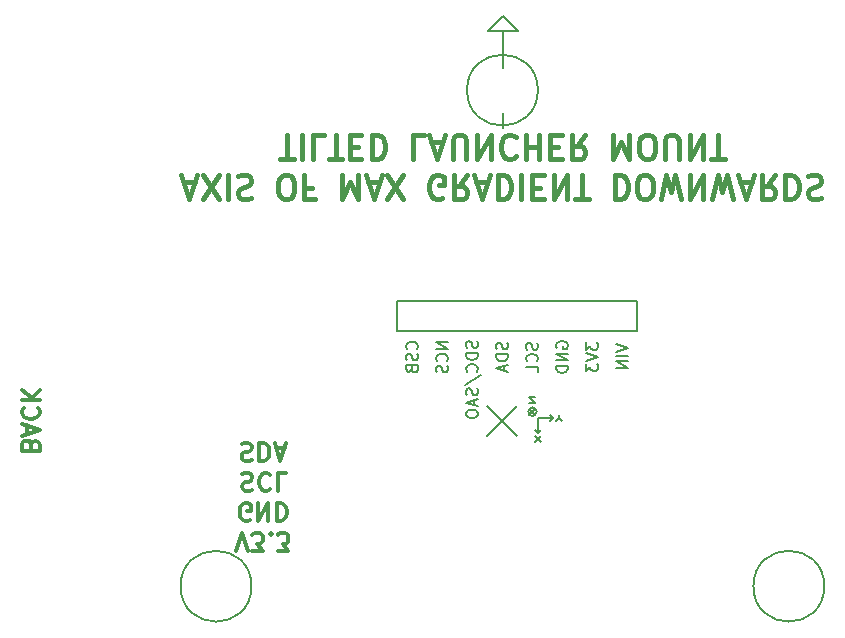
<source format=gbr>
G04 #@! TF.GenerationSoftware,KiCad,Pcbnew,(5.0.0)*
G04 #@! TF.CreationDate,2018-08-26T23:56:51+09:00*
G04 #@! TF.ProjectId,imu,696D752E6B696361645F706362000000,rev?*
G04 #@! TF.SameCoordinates,Original*
G04 #@! TF.FileFunction,Legend,Bot*
G04 #@! TF.FilePolarity,Positive*
%FSLAX46Y46*%
G04 Gerber Fmt 4.6, Leading zero omitted, Abs format (unit mm)*
G04 Created by KiCad (PCBNEW (5.0.0)) date 08/26/18 23:56:51*
%MOMM*%
%LPD*%
G01*
G04 APERTURE LIST*
%ADD10C,0.200000*%
%ADD11C,0.400000*%
%ADD12C,0.300000*%
%ADD13C,0.150000*%
G04 APERTURE END LIST*
D10*
X27248711Y-13999999D02*
G75*
G03X27248711Y-13999999I-3000000J0D01*
G01*
X3000000Y28000000D02*
G75*
G03X3000000Y28000000I-3000000J0D01*
G01*
X-21248711Y-14000000D02*
G75*
G03X-21248711Y-14000000I-3000000J0D01*
G01*
X13067Y29847704D02*
X13067Y33022704D01*
X1283067Y33022704D02*
X13067Y34292704D01*
X13067Y26037704D02*
X13067Y24767704D01*
X-1256933Y33022704D02*
X13067Y34292704D01*
X1283067Y33022704D02*
X-1256933Y33022704D01*
D11*
X-26986933Y20226037D02*
X-26034552Y20226037D01*
X-27177409Y20797465D02*
X-26510742Y18797465D01*
X-25844075Y20797465D01*
X-25367885Y18797465D02*
X-24034552Y20797465D01*
X-24034552Y18797465D02*
X-25367885Y20797465D01*
X-23272647Y20797465D02*
X-23272647Y18797465D01*
X-22415504Y20702227D02*
X-22129790Y20797465D01*
X-21653599Y20797465D01*
X-21463123Y20702227D01*
X-21367885Y20606989D01*
X-21272647Y20416513D01*
X-21272647Y20226037D01*
X-21367885Y20035561D01*
X-21463123Y19940323D01*
X-21653599Y19845084D01*
X-22034552Y19749846D01*
X-22225028Y19654608D01*
X-22320266Y19559370D01*
X-22415504Y19368894D01*
X-22415504Y19178418D01*
X-22320266Y18987942D01*
X-22225028Y18892704D01*
X-22034552Y18797465D01*
X-21558361Y18797465D01*
X-21272647Y18892704D01*
X-18510742Y18797465D02*
X-18129790Y18797465D01*
X-17939313Y18892704D01*
X-17748837Y19083180D01*
X-17653599Y19464132D01*
X-17653599Y20130799D01*
X-17748837Y20511751D01*
X-17939313Y20702227D01*
X-18129790Y20797465D01*
X-18510742Y20797465D01*
X-18701218Y20702227D01*
X-18891694Y20511751D01*
X-18986933Y20130799D01*
X-18986933Y19464132D01*
X-18891694Y19083180D01*
X-18701218Y18892704D01*
X-18510742Y18797465D01*
X-16129790Y19749846D02*
X-16796456Y19749846D01*
X-16796456Y20797465D02*
X-16796456Y18797465D01*
X-15844075Y18797465D01*
X-13558361Y20797465D02*
X-13558361Y18797465D01*
X-12891694Y20226037D01*
X-12225028Y18797465D01*
X-12225028Y20797465D01*
X-11367885Y20226037D02*
X-10415504Y20226037D01*
X-11558361Y20797465D02*
X-10891694Y18797465D01*
X-10225028Y20797465D01*
X-9748837Y18797465D02*
X-8415504Y20797465D01*
X-8415504Y18797465D02*
X-9748837Y20797465D01*
X-5082171Y18892704D02*
X-5272647Y18797465D01*
X-5558361Y18797465D01*
X-5844075Y18892704D01*
X-6034552Y19083180D01*
X-6129790Y19273656D01*
X-6225028Y19654608D01*
X-6225028Y19940323D01*
X-6129790Y20321275D01*
X-6034552Y20511751D01*
X-5844075Y20702227D01*
X-5558361Y20797465D01*
X-5367885Y20797465D01*
X-5082171Y20702227D01*
X-4986933Y20606989D01*
X-4986933Y19940323D01*
X-5367885Y19940323D01*
X-2986933Y20797465D02*
X-3653599Y19845084D01*
X-4129790Y20797465D02*
X-4129790Y18797465D01*
X-3367885Y18797465D01*
X-3177409Y18892704D01*
X-3082171Y18987942D01*
X-2986933Y19178418D01*
X-2986933Y19464132D01*
X-3082171Y19654608D01*
X-3177409Y19749846D01*
X-3367885Y19845084D01*
X-4129790Y19845084D01*
X-2225028Y20226037D02*
X-1272647Y20226037D01*
X-2415504Y20797465D02*
X-1748837Y18797465D01*
X-1082171Y20797465D01*
X-415504Y20797465D02*
X-415504Y18797465D01*
X60686Y18797465D01*
X346400Y18892704D01*
X536876Y19083180D01*
X632114Y19273656D01*
X727352Y19654608D01*
X727352Y19940323D01*
X632114Y20321275D01*
X536876Y20511751D01*
X346400Y20702227D01*
X60686Y20797465D01*
X-415504Y20797465D01*
X1584495Y20797465D02*
X1584495Y18797465D01*
X2536876Y19749846D02*
X3203543Y19749846D01*
X3489257Y20797465D02*
X2536876Y20797465D01*
X2536876Y18797465D01*
X3489257Y18797465D01*
X4346400Y20797465D02*
X4346400Y18797465D01*
X5489257Y20797465D01*
X5489257Y18797465D01*
X6155924Y18797465D02*
X7298781Y18797465D01*
X6727352Y20797465D02*
X6727352Y18797465D01*
X9489257Y20797465D02*
X9489257Y18797465D01*
X9965447Y18797465D01*
X10251162Y18892704D01*
X10441638Y19083180D01*
X10536876Y19273656D01*
X10632114Y19654608D01*
X10632114Y19940323D01*
X10536876Y20321275D01*
X10441638Y20511751D01*
X10251162Y20702227D01*
X9965447Y20797465D01*
X9489257Y20797465D01*
X11870209Y18797465D02*
X12251162Y18797465D01*
X12441638Y18892704D01*
X12632114Y19083180D01*
X12727352Y19464132D01*
X12727352Y20130799D01*
X12632114Y20511751D01*
X12441638Y20702227D01*
X12251162Y20797465D01*
X11870209Y20797465D01*
X11679733Y20702227D01*
X11489257Y20511751D01*
X11394019Y20130799D01*
X11394019Y19464132D01*
X11489257Y19083180D01*
X11679733Y18892704D01*
X11870209Y18797465D01*
X13394019Y18797465D02*
X13870209Y20797465D01*
X14251162Y19368894D01*
X14632114Y20797465D01*
X15108305Y18797465D01*
X15870209Y20797465D02*
X15870209Y18797465D01*
X17013066Y20797465D01*
X17013066Y18797465D01*
X17774971Y18797465D02*
X18251162Y20797465D01*
X18632114Y19368894D01*
X19013066Y20797465D01*
X19489257Y18797465D01*
X20155924Y20226037D02*
X21108305Y20226037D01*
X19965447Y20797465D02*
X20632114Y18797465D01*
X21298781Y20797465D01*
X23108305Y20797465D02*
X22441638Y19845084D01*
X21965447Y20797465D02*
X21965447Y18797465D01*
X22727352Y18797465D01*
X22917828Y18892703D01*
X23013066Y18987942D01*
X23108305Y19178418D01*
X23108305Y19464132D01*
X23013066Y19654608D01*
X22917828Y19749846D01*
X22727352Y19845084D01*
X21965447Y19845084D01*
X23965447Y20797465D02*
X23965447Y18797465D01*
X24441638Y18797465D01*
X24727352Y18892703D01*
X24917828Y19083180D01*
X25013066Y19273656D01*
X25108305Y19654608D01*
X25108305Y19940323D01*
X25013066Y20321275D01*
X24917828Y20511751D01*
X24727352Y20702227D01*
X24441638Y20797465D01*
X23965447Y20797465D01*
X25870209Y20702227D02*
X26155924Y20797465D01*
X26632114Y20797465D01*
X26822590Y20702227D01*
X26917828Y20606989D01*
X27013066Y20416513D01*
X27013066Y20226037D01*
X26917828Y20035561D01*
X26822590Y19940323D01*
X26632114Y19845084D01*
X26251162Y19749846D01*
X26060686Y19654608D01*
X25965447Y19559370D01*
X25870209Y19368894D01*
X25870209Y19178418D01*
X25965447Y18987942D01*
X26060686Y18892703D01*
X26251162Y18797465D01*
X26727352Y18797465D01*
X27013066Y18892703D01*
X-18796456Y22197465D02*
X-17653599Y22197465D01*
X-18225028Y24197465D02*
X-18225028Y22197465D01*
X-16986933Y24197465D02*
X-16986933Y22197465D01*
X-15082171Y24197465D02*
X-16034552Y24197465D01*
X-16034552Y22197465D01*
X-14701218Y22197465D02*
X-13558361Y22197465D01*
X-14129790Y24197465D02*
X-14129790Y22197465D01*
X-12891694Y23149846D02*
X-12225028Y23149846D01*
X-11939313Y24197465D02*
X-12891694Y24197465D01*
X-12891694Y22197465D01*
X-11939313Y22197465D01*
X-11082171Y24197465D02*
X-11082171Y22197465D01*
X-10605980Y22197465D01*
X-10320266Y22292704D01*
X-10129790Y22483180D01*
X-10034552Y22673656D01*
X-9939313Y23054608D01*
X-9939313Y23340323D01*
X-10034552Y23721275D01*
X-10129790Y23911751D01*
X-10320266Y24102227D01*
X-10605980Y24197465D01*
X-11082171Y24197465D01*
X-6605980Y24197465D02*
X-7558361Y24197465D01*
X-7558361Y22197465D01*
X-6034552Y23626037D02*
X-5082171Y23626037D01*
X-6225028Y24197465D02*
X-5558361Y22197465D01*
X-4891694Y24197465D01*
X-4225028Y22197465D02*
X-4225028Y23816513D01*
X-4129790Y24006989D01*
X-4034552Y24102227D01*
X-3844075Y24197465D01*
X-3463123Y24197465D01*
X-3272647Y24102227D01*
X-3177409Y24006989D01*
X-3082171Y23816513D01*
X-3082171Y22197465D01*
X-2129790Y24197465D02*
X-2129790Y22197465D01*
X-986933Y24197465D01*
X-986933Y22197465D01*
X1108305Y24006989D02*
X1013066Y24102227D01*
X727352Y24197465D01*
X536876Y24197465D01*
X251162Y24102227D01*
X60686Y23911751D01*
X-34552Y23721275D01*
X-129790Y23340323D01*
X-129790Y23054608D01*
X-34552Y22673656D01*
X60686Y22483180D01*
X251162Y22292704D01*
X536876Y22197465D01*
X727352Y22197465D01*
X1013066Y22292704D01*
X1108305Y22387942D01*
X1965447Y24197465D02*
X1965447Y22197465D01*
X1965447Y23149846D02*
X3108305Y23149846D01*
X3108305Y24197465D02*
X3108305Y22197465D01*
X4060686Y23149846D02*
X4727352Y23149846D01*
X5013066Y24197465D02*
X4060686Y24197465D01*
X4060686Y22197465D01*
X5013066Y22197465D01*
X7013066Y24197465D02*
X6346400Y23245084D01*
X5870209Y24197465D02*
X5870209Y22197465D01*
X6632114Y22197465D01*
X6822590Y22292704D01*
X6917828Y22387942D01*
X7013066Y22578418D01*
X7013066Y22864132D01*
X6917828Y23054608D01*
X6822590Y23149846D01*
X6632114Y23245084D01*
X5870209Y23245084D01*
X9394019Y24197465D02*
X9394019Y22197465D01*
X10060686Y23626037D01*
X10727352Y22197465D01*
X10727352Y24197465D01*
X12060686Y22197465D02*
X12441638Y22197465D01*
X12632114Y22292704D01*
X12822590Y22483180D01*
X12917828Y22864132D01*
X12917828Y23530799D01*
X12822590Y23911751D01*
X12632114Y24102227D01*
X12441638Y24197465D01*
X12060686Y24197465D01*
X11870209Y24102227D01*
X11679733Y23911751D01*
X11584495Y23530799D01*
X11584495Y22864132D01*
X11679733Y22483180D01*
X11870209Y22292704D01*
X12060686Y22197465D01*
X13774971Y22197465D02*
X13774971Y23816513D01*
X13870209Y24006989D01*
X13965447Y24102227D01*
X14155924Y24197465D01*
X14536876Y24197465D01*
X14727352Y24102227D01*
X14822590Y24006989D01*
X14917828Y23816513D01*
X14917828Y22197465D01*
X15870209Y24197465D02*
X15870209Y22197465D01*
X17013066Y24197465D01*
X17013066Y22197465D01*
X17679733Y22197465D02*
X18822590Y22197465D01*
X18251162Y24197465D02*
X18251162Y22197465D01*
D12*
X-39897857Y-2035714D02*
X-39969285Y-1821428D01*
X-40040714Y-1750000D01*
X-40183571Y-1678571D01*
X-40397857Y-1678571D01*
X-40540714Y-1750000D01*
X-40612142Y-1821428D01*
X-40683571Y-1964285D01*
X-40683571Y-2535714D01*
X-39183571Y-2535714D01*
X-39183571Y-2035714D01*
X-39255000Y-1892857D01*
X-39326428Y-1821428D01*
X-39469285Y-1750000D01*
X-39612142Y-1750000D01*
X-39755000Y-1821428D01*
X-39826428Y-1892857D01*
X-39897857Y-2035714D01*
X-39897857Y-2535714D01*
X-40255000Y-1107142D02*
X-40255000Y-392857D01*
X-40683571Y-1249999D02*
X-39183571Y-750000D01*
X-40683571Y-249999D01*
X-40540714Y1107142D02*
X-40612142Y1035714D01*
X-40683571Y821428D01*
X-40683571Y678571D01*
X-40612142Y464285D01*
X-40469285Y321428D01*
X-40326428Y250000D01*
X-40040714Y178571D01*
X-39826428Y178571D01*
X-39540714Y249999D01*
X-39397857Y321428D01*
X-39255000Y464285D01*
X-39183571Y678571D01*
X-39183571Y821428D01*
X-39255000Y1035714D01*
X-39326428Y1107142D01*
X-40683571Y1750000D02*
X-39183571Y1749999D01*
X-40683571Y2607142D02*
X-39826428Y1964285D01*
X-39183571Y2607142D02*
X-40040714Y1750000D01*
X-22043386Y-4499870D02*
X-21829100Y-4428441D01*
X-21471957Y-4428441D01*
X-21329100Y-4499870D01*
X-21257672Y-4571298D01*
X-21186243Y-4714155D01*
X-21186243Y-4857013D01*
X-21257672Y-4999870D01*
X-21329100Y-5071298D01*
X-21471957Y-5142727D01*
X-21757672Y-5214155D01*
X-21900529Y-5285584D01*
X-21971957Y-5357013D01*
X-22043386Y-5499870D01*
X-22043386Y-5642727D01*
X-21971957Y-5785584D01*
X-21900529Y-5857013D01*
X-21757672Y-5928441D01*
X-21400529Y-5928441D01*
X-21186243Y-5857013D01*
X-19686243Y-4571298D02*
X-19757672Y-4499870D01*
X-19971957Y-4428441D01*
X-20114814Y-4428441D01*
X-20329100Y-4499870D01*
X-20471957Y-4642727D01*
X-20543386Y-4785584D01*
X-20614814Y-5071298D01*
X-20614814Y-5285584D01*
X-20543386Y-5571298D01*
X-20471957Y-5714155D01*
X-20329100Y-5857013D01*
X-20114814Y-5928441D01*
X-19971957Y-5928441D01*
X-19757672Y-5857013D01*
X-19686243Y-5785584D01*
X-18329100Y-4428441D02*
X-19043386Y-4428441D01*
X-19043386Y-5928441D01*
X-22543386Y-11008441D02*
X-22043386Y-9508441D01*
X-21543386Y-11008441D01*
X-21186243Y-11008441D02*
X-20257672Y-11008441D01*
X-20757672Y-10437013D01*
X-20543386Y-10437013D01*
X-20400529Y-10365584D01*
X-20329100Y-10294155D01*
X-20257672Y-10151298D01*
X-20257672Y-9794155D01*
X-20329100Y-9651298D01*
X-20400529Y-9579870D01*
X-20543386Y-9508441D01*
X-20971957Y-9508441D01*
X-21114814Y-9579870D01*
X-21186243Y-9651298D01*
X-19614814Y-9651298D02*
X-19543386Y-9579870D01*
X-19614814Y-9508441D01*
X-19686243Y-9579870D01*
X-19614814Y-9651298D01*
X-19614814Y-9508441D01*
X-19043386Y-11008441D02*
X-18114814Y-11008441D01*
X-18614814Y-10437013D01*
X-18400529Y-10437013D01*
X-18257672Y-10365584D01*
X-18186243Y-10294155D01*
X-18114814Y-10151298D01*
X-18114814Y-9794155D01*
X-18186243Y-9651298D01*
X-18257672Y-9579870D01*
X-18400529Y-9508441D01*
X-18829100Y-9508441D01*
X-18971957Y-9579870D01*
X-19043386Y-9651298D01*
X-22079100Y-1959870D02*
X-21864814Y-1888441D01*
X-21507672Y-1888441D01*
X-21364814Y-1959870D01*
X-21293386Y-2031298D01*
X-21221957Y-2174155D01*
X-21221957Y-2317013D01*
X-21293386Y-2459870D01*
X-21364814Y-2531298D01*
X-21507672Y-2602727D01*
X-21793386Y-2674155D01*
X-21936243Y-2745584D01*
X-22007672Y-2817013D01*
X-22079100Y-2959870D01*
X-22079100Y-3102727D01*
X-22007672Y-3245584D01*
X-21936243Y-3317013D01*
X-21793386Y-3388441D01*
X-21436243Y-3388441D01*
X-21221957Y-3317013D01*
X-20579100Y-1888441D02*
X-20579100Y-3388441D01*
X-20221957Y-3388441D01*
X-20007672Y-3317013D01*
X-19864814Y-3174155D01*
X-19793386Y-3031298D01*
X-19721957Y-2745584D01*
X-19721957Y-2531298D01*
X-19793386Y-2245584D01*
X-19864814Y-2102727D01*
X-20007672Y-1959870D01*
X-20221957Y-1888441D01*
X-20579100Y-1888441D01*
X-19150529Y-2317013D02*
X-18436243Y-2317013D01*
X-19293386Y-1888441D02*
X-18793386Y-3388441D01*
X-18293386Y-1888441D01*
X-21400529Y-8397013D02*
X-21543386Y-8468441D01*
X-21757672Y-8468441D01*
X-21971957Y-8397013D01*
X-22114814Y-8254155D01*
X-22186243Y-8111298D01*
X-22257672Y-7825584D01*
X-22257672Y-7611298D01*
X-22186243Y-7325584D01*
X-22114814Y-7182727D01*
X-21971957Y-7039870D01*
X-21757672Y-6968441D01*
X-21614814Y-6968441D01*
X-21400529Y-7039870D01*
X-21329100Y-7111298D01*
X-21329100Y-7611298D01*
X-21614814Y-7611298D01*
X-20686243Y-6968441D02*
X-20686243Y-8468441D01*
X-19829100Y-6968441D01*
X-19829100Y-8468441D01*
X-19114814Y-6968441D02*
X-19114814Y-8468441D01*
X-18757672Y-8468441D01*
X-18543386Y-8397013D01*
X-18400529Y-8254155D01*
X-18329100Y-8111298D01*
X-18257672Y-7825584D01*
X-18257672Y-7611298D01*
X-18329100Y-7325584D01*
X-18400529Y-7182727D01*
X-18543386Y-7039870D01*
X-18757672Y-6968441D01*
X-19114814Y-6968441D01*
D13*
G04 #@! TO.C,U1*
X11430000Y10160000D02*
X11430000Y7620000D01*
X11430000Y7620000D02*
X-8890000Y7620000D01*
X-8890000Y7620000D02*
X-8890000Y10160000D01*
X-8890000Y10160000D02*
X11430000Y10160000D01*
X-1270000Y1270000D02*
X1270000Y-1270000D01*
X-1270000Y-1270000D02*
X1270000Y1270000D01*
X2794000Y-751105D02*
X3048000Y-1005105D01*
X3048000Y264895D02*
X3048000Y-1005105D01*
X3048000Y-1005105D02*
X2794000Y-751105D01*
X3048000Y-1005105D02*
X3302000Y-751105D01*
X4572000Y10895D02*
X4826000Y264895D01*
X5080000Y10895D02*
X4826000Y264895D01*
X3048000Y264895D02*
X4318000Y264895D01*
X4318000Y264895D02*
X4064000Y10895D01*
X4826000Y264895D02*
X4826000Y518895D01*
X4318000Y264895D02*
X4064000Y518895D01*
X3302000Y-1767105D02*
X2794000Y-1259105D01*
X2899210Y772895D02*
G75*
G03X2899210Y772895I-359210J0D01*
G01*
X2794000Y-1767105D02*
X3302000Y-1259105D01*
X2286000Y1534895D02*
X2794000Y1534895D01*
X2286000Y2042895D02*
X2794000Y2042895D01*
X2794000Y1534895D02*
X2286000Y2042895D01*
X2794000Y1016000D02*
X2286000Y508000D01*
X2794000Y508000D02*
X2286000Y1016000D01*
X-4627619Y6669369D02*
X-5627619Y6669369D01*
X-4627619Y6097941D01*
X-5627619Y6097941D01*
X-4722857Y5050322D02*
X-4675238Y5097941D01*
X-4627619Y5240798D01*
X-4627619Y5336036D01*
X-4675238Y5478893D01*
X-4770476Y5574131D01*
X-4865714Y5621750D01*
X-5056190Y5669369D01*
X-5199047Y5669369D01*
X-5389523Y5621750D01*
X-5484761Y5574131D01*
X-5580000Y5478893D01*
X-5627619Y5336036D01*
X-5627619Y5240798D01*
X-5580000Y5097941D01*
X-5532380Y5050322D01*
X-4675238Y4669369D02*
X-4627619Y4526512D01*
X-4627619Y4288417D01*
X-4675238Y4193179D01*
X-4722857Y4145560D01*
X-4818095Y4097941D01*
X-4913333Y4097941D01*
X-5008571Y4145560D01*
X-5056190Y4193179D01*
X-5103809Y4288417D01*
X-5151428Y4478893D01*
X-5199047Y4574131D01*
X-5246666Y4621750D01*
X-5341904Y4669369D01*
X-5437142Y4669369D01*
X-5532380Y4621750D01*
X-5580000Y4574131D01*
X-5627619Y4478893D01*
X-5627619Y4240798D01*
X-5580000Y4097941D01*
X7072380Y6645560D02*
X7072380Y6026512D01*
X7453333Y6359845D01*
X7453333Y6216988D01*
X7500952Y6121750D01*
X7548571Y6074131D01*
X7643809Y6026512D01*
X7881904Y6026512D01*
X7977142Y6074131D01*
X8024761Y6121750D01*
X8072380Y6216988D01*
X8072380Y6502703D01*
X8024761Y6597941D01*
X7977142Y6645560D01*
X7072380Y5740798D02*
X8072380Y5407465D01*
X7072380Y5074131D01*
X7072380Y4836036D02*
X7072380Y4216988D01*
X7453333Y4550322D01*
X7453333Y4407465D01*
X7500952Y4312226D01*
X7548571Y4264607D01*
X7643809Y4216988D01*
X7881904Y4216988D01*
X7977142Y4264607D01*
X8024761Y4312226D01*
X8072380Y4407465D01*
X8072380Y4693179D01*
X8024761Y4788417D01*
X7977142Y4836036D01*
X2944761Y6597941D02*
X2992380Y6455084D01*
X2992380Y6216988D01*
X2944761Y6121750D01*
X2897142Y6074131D01*
X2801904Y6026512D01*
X2706666Y6026512D01*
X2611428Y6074131D01*
X2563809Y6121750D01*
X2516190Y6216988D01*
X2468571Y6407465D01*
X2420952Y6502703D01*
X2373333Y6550322D01*
X2278095Y6597941D01*
X2182857Y6597941D01*
X2087619Y6550322D01*
X2040000Y6502703D01*
X1992380Y6407465D01*
X1992380Y6169369D01*
X2040000Y6026512D01*
X2897142Y5026512D02*
X2944761Y5074131D01*
X2992380Y5216988D01*
X2992380Y5312226D01*
X2944761Y5455084D01*
X2849523Y5550322D01*
X2754285Y5597941D01*
X2563809Y5645560D01*
X2420952Y5645560D01*
X2230476Y5597941D01*
X2135238Y5550322D01*
X2040000Y5455084D01*
X1992380Y5312226D01*
X1992380Y5216988D01*
X2040000Y5074131D01*
X2087619Y5026512D01*
X2992380Y4121750D02*
X2992380Y4597941D01*
X1992380Y4597941D01*
X-7262857Y6074131D02*
X-7215238Y6121750D01*
X-7167619Y6264607D01*
X-7167619Y6359845D01*
X-7215238Y6502703D01*
X-7310476Y6597941D01*
X-7405714Y6645560D01*
X-7596190Y6693179D01*
X-7739047Y6693179D01*
X-7929523Y6645560D01*
X-8024761Y6597941D01*
X-8120000Y6502703D01*
X-8167619Y6359845D01*
X-8167619Y6264607D01*
X-8120000Y6121750D01*
X-8072380Y6074131D01*
X-7215238Y5693179D02*
X-7167619Y5550322D01*
X-7167619Y5312226D01*
X-7215238Y5216988D01*
X-7262857Y5169369D01*
X-7358095Y5121750D01*
X-7453333Y5121750D01*
X-7548571Y5169369D01*
X-7596190Y5216988D01*
X-7643809Y5312226D01*
X-7691428Y5502703D01*
X-7739047Y5597941D01*
X-7786666Y5645560D01*
X-7881904Y5693179D01*
X-7977142Y5693179D01*
X-8072380Y5645560D01*
X-8120000Y5597941D01*
X-8167619Y5502703D01*
X-8167619Y5264607D01*
X-8120000Y5121750D01*
X-7691428Y4359845D02*
X-7643809Y4216988D01*
X-7596190Y4169369D01*
X-7500952Y4121750D01*
X-7358095Y4121750D01*
X-7262857Y4169369D01*
X-7215238Y4216988D01*
X-7167619Y4312226D01*
X-7167619Y4693179D01*
X-8167619Y4693179D01*
X-8167619Y4359845D01*
X-8120000Y4264607D01*
X-8072380Y4216988D01*
X-7977142Y4169369D01*
X-7881904Y4169369D01*
X-7786666Y4216988D01*
X-7739047Y4264607D01*
X-7691428Y4359845D01*
X-7691428Y4693179D01*
X404761Y6621750D02*
X452380Y6478893D01*
X452380Y6240798D01*
X404761Y6145560D01*
X357142Y6097941D01*
X261904Y6050322D01*
X166666Y6050322D01*
X71428Y6097941D01*
X23809Y6145560D01*
X-23809Y6240798D01*
X-71428Y6431274D01*
X-119047Y6526512D01*
X-166666Y6574131D01*
X-261904Y6621750D01*
X-357142Y6621750D01*
X-452380Y6574131D01*
X-499999Y6526512D01*
X-547619Y6431274D01*
X-547619Y6193179D01*
X-499999Y6050322D01*
X452380Y5621750D02*
X-547619Y5621750D01*
X-547619Y5383655D01*
X-500000Y5240798D01*
X-404761Y5145560D01*
X-309523Y5097941D01*
X-119047Y5050322D01*
X23809Y5050322D01*
X214285Y5097941D01*
X309523Y5145560D01*
X404761Y5240798D01*
X452380Y5383655D01*
X452380Y5621750D01*
X166666Y4669369D02*
X166666Y4193179D01*
X452380Y4764607D02*
X-547619Y4431274D01*
X452380Y4097941D01*
X4580000Y6169369D02*
X4532380Y6264607D01*
X4532380Y6407465D01*
X4580000Y6550322D01*
X4675238Y6645560D01*
X4770476Y6693179D01*
X4960952Y6740798D01*
X5103809Y6740798D01*
X5294285Y6693179D01*
X5389523Y6645560D01*
X5484761Y6550322D01*
X5532380Y6407465D01*
X5532380Y6312226D01*
X5484761Y6169369D01*
X5437142Y6121750D01*
X5103809Y6121750D01*
X5103809Y6312226D01*
X5532380Y5693179D02*
X4532380Y5693179D01*
X5532380Y5121750D01*
X4532380Y5121750D01*
X5532380Y4645560D02*
X4532380Y4645560D01*
X4532380Y4407465D01*
X4580000Y4264607D01*
X4675238Y4169369D01*
X4770476Y4121750D01*
X4960952Y4074131D01*
X5103809Y4074131D01*
X5294285Y4121750D01*
X5389523Y4169369D01*
X5484761Y4264607D01*
X5532380Y4407465D01*
X5532380Y4645560D01*
X9612380Y6502703D02*
X10612380Y6169369D01*
X9612380Y5836036D01*
X10612380Y5502703D02*
X9612380Y5502703D01*
X10612380Y5026512D02*
X9612380Y5026512D01*
X10612380Y4455084D01*
X9612380Y4455084D01*
X-2135238Y6740560D02*
X-2087619Y6597703D01*
X-2087619Y6359607D01*
X-2135238Y6264369D01*
X-2182857Y6216750D01*
X-2278095Y6169131D01*
X-2373333Y6169131D01*
X-2468571Y6216750D01*
X-2516190Y6264369D01*
X-2563809Y6359607D01*
X-2611428Y6550084D01*
X-2659047Y6645322D01*
X-2706666Y6692941D01*
X-2801904Y6740560D01*
X-2897142Y6740560D01*
X-2992380Y6692941D01*
X-3040000Y6645322D01*
X-3087619Y6550084D01*
X-3087619Y6311988D01*
X-3040000Y6169131D01*
X-2087619Y5740560D02*
X-3087619Y5740560D01*
X-3087619Y5502465D01*
X-3040000Y5359607D01*
X-2944761Y5264369D01*
X-2849523Y5216750D01*
X-2659047Y5169131D01*
X-2516190Y5169131D01*
X-2325714Y5216750D01*
X-2230476Y5264369D01*
X-2135238Y5359607D01*
X-2087619Y5502465D01*
X-2087619Y5740560D01*
X-2182857Y4169131D02*
X-2135238Y4216750D01*
X-2087619Y4359607D01*
X-2087619Y4454845D01*
X-2135238Y4597703D01*
X-2230476Y4692941D01*
X-2325714Y4740560D01*
X-2516190Y4788179D01*
X-2659047Y4788179D01*
X-2849523Y4740560D01*
X-2944761Y4692941D01*
X-3040000Y4597703D01*
X-3087619Y4454845D01*
X-3087619Y4359607D01*
X-3040000Y4216750D01*
X-2992380Y4169131D01*
X-3135238Y3026274D02*
X-1849523Y3883417D01*
X-2135238Y2740560D02*
X-2087619Y2597703D01*
X-2087619Y2359607D01*
X-2135238Y2264369D01*
X-2182857Y2216750D01*
X-2278095Y2169131D01*
X-2373333Y2169131D01*
X-2468571Y2216750D01*
X-2516190Y2264369D01*
X-2563809Y2359607D01*
X-2611428Y2550084D01*
X-2659047Y2645322D01*
X-2706666Y2692941D01*
X-2801904Y2740560D01*
X-2897142Y2740560D01*
X-2992380Y2692941D01*
X-3040000Y2645322D01*
X-3087619Y2550084D01*
X-3087619Y2311988D01*
X-3040000Y2169131D01*
X-2373333Y1788179D02*
X-2373333Y1311988D01*
X-2087619Y1883417D02*
X-3087619Y1550084D01*
X-2087619Y1216750D01*
X-3087619Y692941D02*
X-3087619Y502465D01*
X-3040000Y407226D01*
X-2944761Y311988D01*
X-2754285Y264369D01*
X-2420952Y264369D01*
X-2230476Y311988D01*
X-2135238Y407226D01*
X-2087619Y502465D01*
X-2087619Y692941D01*
X-2135238Y788179D01*
X-2230476Y883417D01*
X-2420952Y931036D01*
X-2754285Y931036D01*
X-2944761Y883417D01*
X-3040000Y788179D01*
X-3087619Y692941D01*
G04 #@! TD*
M02*

</source>
